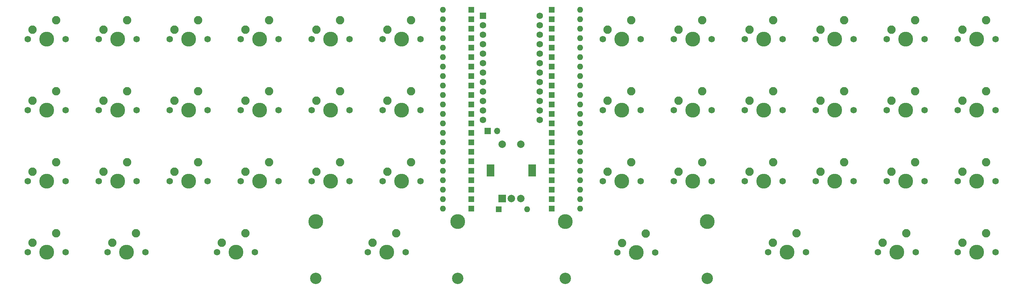
<source format=gbr>
%TF.GenerationSoftware,KiCad,Pcbnew,(6.0.7)*%
%TF.CreationDate,2023-01-10T09:57:21+01:00*%
%TF.ProjectId,skoosk pcb simple,736b6f6f-736b-4207-9063-622073696d70,rev?*%
%TF.SameCoordinates,Original*%
%TF.FileFunction,Soldermask,Bot*%
%TF.FilePolarity,Negative*%
%FSLAX46Y46*%
G04 Gerber Fmt 4.6, Leading zero omitted, Abs format (unit mm)*
G04 Created by KiCad (PCBNEW (6.0.7)) date 2023-01-10 09:57:21*
%MOMM*%
%LPD*%
G01*
G04 APERTURE LIST*
%ADD10R,1.600000X1.600000*%
%ADD11O,1.600000X1.600000*%
%ADD12C,1.750000*%
%ADD13C,3.987800*%
%ADD14C,2.250000*%
%ADD15R,1.752600X1.752600*%
%ADD16C,1.752600*%
%ADD17C,3.048000*%
%ADD18R,2.000000X2.000000*%
%ADD19C,2.000000*%
%ADD20R,2.000000X3.200000*%
%ADD21R,1.700000X1.700000*%
%ADD22O,1.700000X1.700000*%
G04 APERTURE END LIST*
D10*
%TO.C,D28*%
X128270000Y-51689000D03*
D11*
X120650000Y-51689000D03*
%TD*%
D12*
%TO.C,MX30*%
X114617500Y-59563000D03*
X104457500Y-59563000D03*
D13*
X109537500Y-59563000D03*
D14*
X105727500Y-57023000D03*
X112077500Y-54483000D03*
%TD*%
D15*
%TO.C,U1*%
X131445000Y-15194700D03*
D16*
X131445000Y-17734700D03*
X131445000Y-20274700D03*
X131445000Y-22814700D03*
X131445000Y-25354700D03*
X131445000Y-27894700D03*
X131445000Y-30434700D03*
X131445000Y-32974700D03*
X131445000Y-35514700D03*
X131445000Y-38054700D03*
X131445000Y-40594700D03*
X131445000Y-43134700D03*
X146685000Y-43134700D03*
X146685000Y-40594700D03*
X146685000Y-38054700D03*
X146685000Y-35514700D03*
X146685000Y-32974700D03*
X146685000Y-30434700D03*
X146685000Y-27894700D03*
X146685000Y-25354700D03*
X146685000Y-22814700D03*
X146685000Y-20274700D03*
X146685000Y-17734700D03*
X146685000Y-15194700D03*
%TD*%
D12*
%TO.C,MX16*%
X76517500Y-40513000D03*
D13*
X71437500Y-40513000D03*
D12*
X66357500Y-40513000D03*
D14*
X67627500Y-37973000D03*
X73977500Y-35433000D03*
%TD*%
D10*
%TO.C,D3*%
X128270000Y-18669000D03*
D11*
X120650000Y-18669000D03*
%TD*%
D13*
%TO.C,MX14*%
X33337500Y-40513000D03*
D12*
X28257500Y-40513000D03*
X38417500Y-40513000D03*
D14*
X29527500Y-37973000D03*
X35877500Y-35433000D03*
%TD*%
D13*
%TO.C,MX44*%
X263906000Y-78613000D03*
D12*
X268986000Y-78613000D03*
X258826000Y-78613000D03*
D14*
X260096000Y-76073000D03*
X266446000Y-73533000D03*
%TD*%
D12*
%TO.C,MX28*%
X76517500Y-59563000D03*
X66357500Y-59563000D03*
D13*
X71437500Y-59563000D03*
D14*
X67627500Y-57023000D03*
X73977500Y-54483000D03*
%TD*%
D10*
%TO.C,D14*%
X128270000Y-31369000D03*
D11*
X120650000Y-31369000D03*
%TD*%
D10*
%TO.C,D43*%
X149860000Y-61849000D03*
D11*
X157480000Y-61849000D03*
%TD*%
D17*
%TO.C,MX41*%
X153501100Y-85604000D03*
X191601100Y-85604000D03*
D13*
X172551100Y-78619000D03*
X191601100Y-70364000D03*
X153501100Y-70364000D03*
D12*
X167471100Y-78619000D03*
X177631100Y-78619000D03*
D14*
X168741100Y-76079000D03*
X175091100Y-73539000D03*
%TD*%
D10*
%TO.C,D2*%
X128270000Y-16129000D03*
D11*
X120650000Y-16129000D03*
%TD*%
D10*
%TO.C,D23*%
X149860000Y-31369000D03*
D11*
X157480000Y-31369000D03*
%TD*%
D12*
%TO.C,MX35*%
X239776000Y-59563000D03*
D13*
X244856000Y-59563000D03*
D12*
X249936000Y-59563000D03*
D14*
X241046000Y-57023000D03*
X247396000Y-54483000D03*
%TD*%
D12*
%TO.C,MX24*%
X258826000Y-40513000D03*
X268986000Y-40513000D03*
D13*
X263906000Y-40513000D03*
D14*
X260096000Y-37973000D03*
X266446000Y-35433000D03*
%TD*%
D13*
%TO.C,MX43*%
X242468400Y-78613000D03*
D12*
X237388400Y-78613000D03*
X247548400Y-78613000D03*
D14*
X238658400Y-76073000D03*
X245008400Y-73533000D03*
%TD*%
D18*
%TO.C,SW2*%
X136565000Y-64146000D03*
D19*
X141565000Y-64146000D03*
X139065000Y-64146000D03*
D20*
X133465000Y-56646000D03*
X144665000Y-56646000D03*
D19*
X141565000Y-49646000D03*
X136565000Y-49646000D03*
%TD*%
D10*
%TO.C,D6*%
X128270000Y-26289000D03*
D11*
X120650000Y-26289000D03*
%TD*%
D13*
%TO.C,MX26*%
X33337500Y-59563000D03*
D12*
X28257500Y-59563000D03*
X38417500Y-59563000D03*
D14*
X29527500Y-57023000D03*
X35877500Y-54483000D03*
%TD*%
D10*
%TO.C,D34*%
X149860000Y-49149000D03*
D11*
X157480000Y-49149000D03*
%TD*%
D12*
%TO.C,MX7*%
X173736000Y-21463000D03*
D13*
X168656000Y-21463000D03*
D12*
X163576000Y-21463000D03*
D14*
X164846000Y-18923000D03*
X171196000Y-16383000D03*
%TD*%
D21*
%TO.C,SW1*%
X132710000Y-46101000D03*
D22*
X135250000Y-46101000D03*
%TD*%
D13*
%TO.C,MX5*%
X90487500Y-21463000D03*
D12*
X95567500Y-21463000D03*
X85407500Y-21463000D03*
D14*
X86677500Y-18923000D03*
X93027500Y-16383000D03*
%TD*%
D10*
%TO.C,D5*%
X128270000Y-23749000D03*
D11*
X120650000Y-23749000D03*
%TD*%
D13*
%TO.C,MX15*%
X52387500Y-40513000D03*
D12*
X57467500Y-40513000D03*
X47307500Y-40513000D03*
D14*
X48577500Y-37973000D03*
X54927500Y-35433000D03*
%TD*%
D10*
%TO.C,D40*%
X128270000Y-66929000D03*
D11*
X120650000Y-66929000D03*
%TD*%
D10*
%TO.C,D4*%
X128270000Y-21209000D03*
D11*
X120650000Y-21209000D03*
%TD*%
D10*
%TO.C,D24*%
X149860000Y-28829000D03*
D11*
X157480000Y-28829000D03*
%TD*%
D12*
%TO.C,MX18*%
X104457500Y-40513000D03*
D13*
X109537500Y-40513000D03*
D12*
X114617500Y-40513000D03*
D14*
X105727500Y-37973000D03*
X112077500Y-35433000D03*
%TD*%
D12*
%TO.C,MX21*%
X211836000Y-40513000D03*
X201676000Y-40513000D03*
D13*
X206756000Y-40513000D03*
D14*
X202946000Y-37973000D03*
X209296000Y-35433000D03*
%TD*%
D10*
%TO.C,D39*%
X128270000Y-64389000D03*
D11*
X120650000Y-64389000D03*
%TD*%
D13*
%TO.C,MX11*%
X244856000Y-21463000D03*
D12*
X249936000Y-21463000D03*
X239776000Y-21463000D03*
D14*
X241046000Y-18923000D03*
X247396000Y-16383000D03*
%TD*%
D10*
%TO.C,D27*%
X128270000Y-49149000D03*
D11*
X120650000Y-49149000D03*
%TD*%
D10*
%TO.C,D30*%
X128270000Y-56769000D03*
D11*
X120650000Y-56769000D03*
%TD*%
D10*
%TO.C,D22*%
X149860000Y-33909000D03*
D11*
X157480000Y-33909000D03*
%TD*%
D10*
%TO.C,D18*%
X128270000Y-41529000D03*
D11*
X120650000Y-41529000D03*
%TD*%
D13*
%TO.C,MX40*%
X105613200Y-78613000D03*
X86563200Y-70358000D03*
D17*
X124663200Y-85598000D03*
X86563200Y-85598000D03*
D12*
X100533200Y-78613000D03*
D13*
X124663200Y-70358000D03*
D12*
X110693200Y-78613000D03*
D14*
X101803200Y-76073000D03*
X108153200Y-73533000D03*
%TD*%
D10*
%TO.C,D21*%
X149860000Y-36449000D03*
D11*
X157480000Y-36449000D03*
%TD*%
D10*
%TO.C,D36*%
X149860000Y-44069000D03*
D11*
X157480000Y-44069000D03*
%TD*%
D13*
%TO.C,MX10*%
X225806000Y-21463000D03*
D12*
X220726000Y-21463000D03*
X230886000Y-21463000D03*
D14*
X221996000Y-18923000D03*
X228346000Y-16383000D03*
%TD*%
D10*
%TO.C,D31*%
X149860000Y-56769000D03*
D11*
X157480000Y-56769000D03*
%TD*%
D10*
%TO.C,D32*%
X149860000Y-54229000D03*
D11*
X157480000Y-54229000D03*
%TD*%
D13*
%TO.C,MX4*%
X71437500Y-21463000D03*
D12*
X76517500Y-21463000D03*
X66357500Y-21463000D03*
D14*
X67627500Y-18923000D03*
X73977500Y-16383000D03*
%TD*%
D12*
%TO.C,MX32*%
X182626000Y-59563000D03*
D13*
X187706000Y-59563000D03*
D12*
X192786000Y-59563000D03*
D14*
X183896000Y-57023000D03*
X190246000Y-54483000D03*
%TD*%
D12*
%TO.C,MX22*%
X230886000Y-40513000D03*
D13*
X225806000Y-40513000D03*
D12*
X220726000Y-40513000D03*
D14*
X221996000Y-37973000D03*
X228346000Y-35433000D03*
%TD*%
D10*
%TO.C,D35*%
X149860000Y-46609000D03*
D11*
X157480000Y-46609000D03*
%TD*%
D10*
%TO.C,D12*%
X149860000Y-13589000D03*
D11*
X157480000Y-13589000D03*
%TD*%
D12*
%TO.C,MX27*%
X47307500Y-59563000D03*
X57467500Y-59563000D03*
D13*
X52387500Y-59563000D03*
D14*
X48577500Y-57023000D03*
X54927500Y-54483000D03*
%TD*%
D12*
%TO.C,MX36*%
X258826000Y-59563000D03*
X268986000Y-59563000D03*
D13*
X263906000Y-59563000D03*
D14*
X260096000Y-57023000D03*
X266446000Y-54483000D03*
%TD*%
D10*
%TO.C,D9*%
X149860000Y-21209000D03*
D11*
X157480000Y-21209000D03*
%TD*%
D13*
%TO.C,MX20*%
X187706000Y-40513000D03*
D12*
X182626000Y-40513000D03*
X192786000Y-40513000D03*
D14*
X183896000Y-37973000D03*
X190246000Y-35433000D03*
%TD*%
D10*
%TO.C,D15*%
X128270000Y-33909000D03*
D11*
X120650000Y-33909000D03*
%TD*%
D10*
%TO.C,D51*%
X135636000Y-67056000D03*
D11*
X143256000Y-67056000D03*
%TD*%
D10*
%TO.C,D7*%
X149860000Y-26289000D03*
D11*
X157480000Y-26289000D03*
%TD*%
D12*
%TO.C,MX25*%
X9207500Y-59563000D03*
X19367500Y-59563000D03*
D13*
X14287500Y-59563000D03*
D14*
X10477500Y-57023000D03*
X16827500Y-54483000D03*
%TD*%
D10*
%TO.C,D33*%
X149860000Y-51689000D03*
D11*
X157480000Y-51689000D03*
%TD*%
D10*
%TO.C,D17*%
X128270000Y-38989000D03*
D11*
X120650000Y-38989000D03*
%TD*%
D10*
%TO.C,D16*%
X128270000Y-36449000D03*
D11*
X120650000Y-36449000D03*
%TD*%
D12*
%TO.C,MX42*%
X218109800Y-78613000D03*
D13*
X213029800Y-78613000D03*
D12*
X207949800Y-78613000D03*
D14*
X209219800Y-76073000D03*
X215569800Y-73533000D03*
%TD*%
D12*
%TO.C,MX33*%
X201676000Y-59563000D03*
D13*
X206756000Y-59563000D03*
D12*
X211836000Y-59563000D03*
D14*
X202946000Y-57023000D03*
X209296000Y-54483000D03*
%TD*%
D12*
%TO.C,MX38*%
X40792400Y-78613000D03*
D13*
X35712400Y-78613000D03*
D12*
X30632400Y-78613000D03*
D14*
X31902400Y-76073000D03*
X38252400Y-73533000D03*
%TD*%
D13*
%TO.C,MX13*%
X14287500Y-40513000D03*
D12*
X9207500Y-40513000D03*
X19367500Y-40513000D03*
D14*
X10477500Y-37973000D03*
X16827500Y-35433000D03*
%TD*%
D10*
%TO.C,D42*%
X149860000Y-64389000D03*
D11*
X157480000Y-64389000D03*
%TD*%
D12*
%TO.C,MX6*%
X104457500Y-21463000D03*
D13*
X109537500Y-21463000D03*
D12*
X114617500Y-21463000D03*
D14*
X105727500Y-18923000D03*
X112077500Y-16383000D03*
%TD*%
D12*
%TO.C,MX3*%
X47307500Y-21463000D03*
X57467500Y-21463000D03*
D13*
X52387500Y-21463000D03*
D14*
X48577500Y-18923000D03*
X54927500Y-16383000D03*
%TD*%
D12*
%TO.C,MX2*%
X38417500Y-21463000D03*
D13*
X33337500Y-21463000D03*
D12*
X28257500Y-21463000D03*
D14*
X29527500Y-18923000D03*
X35877500Y-16383000D03*
%TD*%
D12*
%TO.C,MX17*%
X85407500Y-40513000D03*
X95567500Y-40513000D03*
D13*
X90487500Y-40513000D03*
D14*
X86677500Y-37973000D03*
X93027500Y-35433000D03*
%TD*%
D10*
%TO.C,D11*%
X149860000Y-16129000D03*
D11*
X157480000Y-16129000D03*
%TD*%
D12*
%TO.C,MX1*%
X19367500Y-21463000D03*
X9207500Y-21463000D03*
D13*
X14287500Y-21463000D03*
D14*
X10477500Y-18923000D03*
X16827500Y-16383000D03*
%TD*%
D10*
%TO.C,D25*%
X128270000Y-44069000D03*
D11*
X120650000Y-44069000D03*
%TD*%
D13*
%TO.C,MX37*%
X14287500Y-78613000D03*
D12*
X9207500Y-78613000D03*
X19367500Y-78613000D03*
D14*
X10477500Y-76073000D03*
X16827500Y-73533000D03*
%TD*%
D12*
%TO.C,MX39*%
X60045600Y-78613000D03*
X70205600Y-78613000D03*
D13*
X65125600Y-78613000D03*
D14*
X61315600Y-76073000D03*
X67665600Y-73533000D03*
%TD*%
D10*
%TO.C,D19*%
X149860000Y-41529000D03*
D11*
X157480000Y-41529000D03*
%TD*%
D10*
%TO.C,D8*%
X149860000Y-23749000D03*
D11*
X157480000Y-23749000D03*
%TD*%
D13*
%TO.C,MX23*%
X244856000Y-40513000D03*
D12*
X239776000Y-40513000D03*
X249936000Y-40513000D03*
D14*
X241046000Y-37973000D03*
X247396000Y-35433000D03*
%TD*%
D10*
%TO.C,D44*%
X149860000Y-59309000D03*
D11*
X157480000Y-59309000D03*
%TD*%
D12*
%TO.C,MX9*%
X201676000Y-21463000D03*
D13*
X206756000Y-21463000D03*
D12*
X211836000Y-21463000D03*
D14*
X202946000Y-18923000D03*
X209296000Y-16383000D03*
%TD*%
D10*
%TO.C,D20*%
X149860000Y-38989000D03*
D11*
X157480000Y-38989000D03*
%TD*%
D12*
%TO.C,MX34*%
X230886000Y-59563000D03*
X220726000Y-59563000D03*
D13*
X225806000Y-59563000D03*
D14*
X221996000Y-57023000D03*
X228346000Y-54483000D03*
%TD*%
D10*
%TO.C,D26*%
X128270000Y-46609000D03*
D11*
X120650000Y-46609000D03*
%TD*%
D10*
%TO.C,D1*%
X128270000Y-13589000D03*
D11*
X120650000Y-13589000D03*
%TD*%
D10*
%TO.C,D13*%
X128270000Y-28829000D03*
D11*
X120650000Y-28829000D03*
%TD*%
D12*
%TO.C,MX19*%
X173736000Y-40513000D03*
D13*
X168656000Y-40513000D03*
D12*
X163576000Y-40513000D03*
D14*
X164846000Y-37973000D03*
X171196000Y-35433000D03*
%TD*%
D10*
%TO.C,D29*%
X128270000Y-54229000D03*
D11*
X120650000Y-54229000D03*
%TD*%
D12*
%TO.C,MX12*%
X268986000Y-21463000D03*
X258826000Y-21463000D03*
D13*
X263906000Y-21463000D03*
D14*
X260096000Y-18923000D03*
X266446000Y-16383000D03*
%TD*%
D10*
%TO.C,D10*%
X149860000Y-18669000D03*
D11*
X157480000Y-18669000D03*
%TD*%
D10*
%TO.C,D41*%
X149860000Y-66929000D03*
D11*
X157480000Y-66929000D03*
%TD*%
D12*
%TO.C,MX31*%
X163576000Y-59563000D03*
X173736000Y-59563000D03*
D13*
X168656000Y-59563000D03*
D14*
X164846000Y-57023000D03*
X171196000Y-54483000D03*
%TD*%
D10*
%TO.C,D37*%
X128270000Y-59309000D03*
D11*
X120650000Y-59309000D03*
%TD*%
D12*
%TO.C,MX29*%
X95567500Y-59563000D03*
X85407500Y-59563000D03*
D13*
X90487500Y-59563000D03*
D14*
X86677500Y-57023000D03*
X93027500Y-54483000D03*
%TD*%
D13*
%TO.C,MX8*%
X187706000Y-21463000D03*
D12*
X182626000Y-21463000D03*
X192786000Y-21463000D03*
D14*
X183896000Y-18923000D03*
X190246000Y-16383000D03*
%TD*%
D10*
%TO.C,D38*%
X128270000Y-61849000D03*
D11*
X120650000Y-61849000D03*
%TD*%
M02*

</source>
